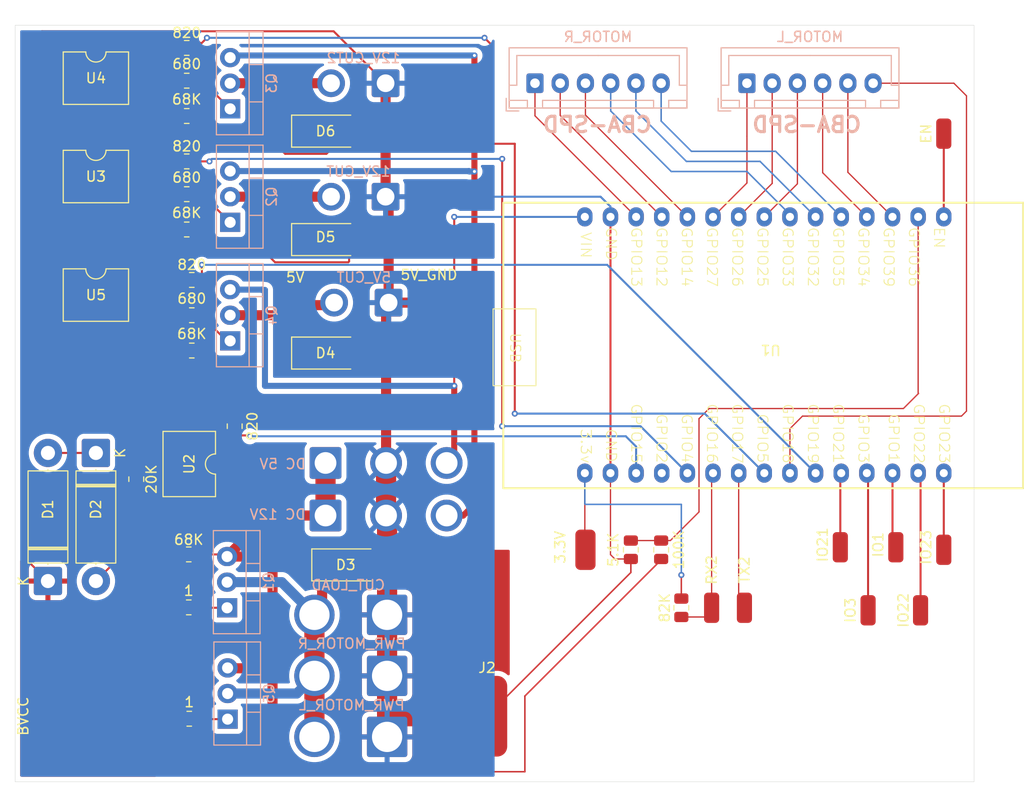
<source format=kicad_pcb>
(kicad_pcb (version 20241229) (generator "pcbnew") (generator_version "9.0")
  (layers (0 "F.Cu" signal) (2 "B.Cu" signal) (13 "F.Paste" user) (15 "B.Paste" user) (5 "F.SilkS" user "F.Silkscreen") (7 "B.SilkS" user "B.Silkscreen") (1 "F.Mask" user) (3 "B.Mask" user) (25 "Edge.Cuts" user))
  (net 0 "")
  (net 1 "GND")
  (net 2 "VCC")
  (net 3 "Net-(D1-A)")
  (net 4 "MF_GND")
  (net 5 "VCC_CUT")
  (net 6 "Net-(J9-Pin_1)")
  (net 7 "Net-(J16-Pin_1)")
  (net 8 "Net-(J17-Pin_1)")
  (net 9 "Net-(J18-Pin_1)")
  (net 10 "unconnected-(U1-GPIO2-Pad19)")
  (net 11 "Net-(J22-Pin_1)")
  (net 12 "Net-(J23-Pin_1)")
  (net 13 "Net-(D3-K)")
  (net 14 "+12V")
  (net 15 "+3.3V")
  (net 16 "Net-(D4-K)")
  (net 17 "Net-(D5-K)")
  (net 18 "Net-(Q2-G)")
  (net 19 "Net-(D6-K)")
  (net 20 "STOP_R")
  (net 21 "PWM_L")
  (net 22 "DIR_R")
  (net 23 "PWM_R")
  (net 24 "+5V")
  (net 25 "STOP_L")
  (net 26 "DIR_L")
  (net 27 "Net-(J14-Pin_1)")
  (net 28 "Net-(J15-Pin_1)")
  (net 29 "Net-(Q3-G)")
  (net 30 "Net-(Q1-G)")
  (net 31 "Net-(Q4-G)")
  (net 32 "Net-(Q5-G)")
  (net 33 "Net-(R10-Pad2)")
  (net 34 "Net-(R3-Pad1)")
  (net 35 "Net-(R4-Pad1)")
  (net 36 "Net-(R13-Pad2)")
  (net 37 "5V_CUT")
  (net 38 "12V_CUT")
  (net 39 "Net-(R6-Pad1)")
  (net 40 "Net-(R14-Pad2)")
  (net 41 "Net-(R8-Pad1)")
  (net 42 "12V_CUT2")
  (net 43 "VCC_ADC")
  (net 44 "HB_L")
  (net 45 "HC_L")
  (net 46 "HA_L")
  (net 47 "HC_R")
  (net 48 "HA_R")
  (net 49 "HB_R")
  (net 50 "Net-(R12-Pad2)")
  (footprint "Connector_Wire:SolderWirePad_1x01_SMD_2x4mm" (layer "F.Cu") (at 112.5 92)
    (property "Reference" "J3" (hide yes))
    (property "Value" "3.3V")
  )
  (footprint "Package_DIP:SMDIP-4_W9.53mm" (layer "F.Cu") (at 73.25 83.5 -90)
    (property "Reference" "U2")
    (property "Value" "EL817" (hide yes))
  )
  (footprint "Connector_Wire:SolderWirePad_1x01_SMD_1.5x3mm" (layer "F.Cu") (at 143.25 91.75)
    (property "Reference" "J16" (hide yes))
    (property "Value" "IO1")
  )
  (footprint "Diode_THT:D_5W_P12.70mm_Horizontal" (layer "F.Cu") (at 59.25 95.1 90)
    (property "Reference" "D1")
    (property "Value" "5.1" (hide yes))
  )
  (footprint "Connector_Wire:SolderWirePad_1x01_SMD_1.5x3mm" (layer "F.Cu") (at 148 92)
    (property "Reference" "J14" (hide yes))
    (property "Value" "IO23")
  )
  (footprint "Resistor_SMD:R_0805_2012Metric" (layer "F.Cu") (at 73.2 97.71 180)
    (property "Reference" "R10" (hide yes))
    (property "Value" "1")
  )
  (footprint "Resistor_SMD:R_0805_2012Metric" (layer "F.Cu") (at 73 42.25)
    (property "Reference" "R6" (hide yes))
    (property "Value" "820")
  )
  (footprint "Resistor_SMD:R_0805_2012Metric" (layer "F.Cu") (at 73 53.5)
    (property "Reference" "R4" (hide yes))
    (property "Value" "820")
  )
  (footprint "Resistor_SMD:R_0805_2012Metric" (layer "F.Cu") (at 73 45.5 180)
    (property "Reference" "R14" (hide yes))
    (property "Value" "680")
  )
  (footprint "Diode_SMD:D_2010_5025Metric_Pad1.52x2.65mm_HandSolder" (layer "F.Cu") (at 86.75 61.25)
    (property "Reference" "D5")
    (property "Value" "D")
  )
  (footprint "Resistor_SMD:R_0805_2012Metric" (layer "F.Cu") (at 73.5 72.25 180)
    (property "Reference" "R9" (hide yes))
    (property "Value" "68K")
  )
  (footprint "Connector_Wire:SolderWirePad_1x01_SMD_2x4mm" (layer "F.Cu") (at 97 67.75)
    (property "Reference" "J13" (hide yes))
    (property "Value" "5V_GND")
  )
  (footprint "Package_DIP:SMDIP-4_W9.53mm" (layer "F.Cu") (at 64 66.75)
    (property "Reference" "U5")
    (property "Value" "EL817")
  )
  (footprint "Connector_Wire:SolderWirePad_1x01_SMD_1.5x3mm" (layer "F.Cu") (at 145.7 98)
    (property "Reference" "J15" (hide yes))
    (property "Value" "IO22")
  )
  (footprint "Package_DIP:SMDIP-4_W9.53mm" (layer "F.Cu") (at 64 45.25)
    (property "Reference" "U4")
    (property "Value" "EL817")
  )
  (footprint "Package_DIP:SMDIP-4_W9.53mm" (layer "F.Cu") (at 64 55)
    (property "Reference" "U3")
    (property "Value" "EL817")
  )
  (footprint "Resistor_SMD:R_0805_2012Metric" (layer "F.Cu") (at 73.5 65.25)
    (property "Reference" "R8" (hide yes))
    (property "Value" "820")
  )
  (footprint "Diode_SMD:D_2010_5025Metric_Pad1.52x2.65mm_HandSolder" (layer "F.Cu") (at 86.75 72.5)
    (property "Reference" "D4")
    (property "Value" "D")
  )
  (footprint "Resistor_SMD:R_0805_2012Metric" (layer "F.Cu") (at 73 49 180)
    (property "Reference" "R7" (hide yes))
    (property "Value" "68K")
  )
  (footprint "Connector_Wire:SolderWirePad_1x01_SMD_4x8mm" (layer "F.Cu") (at 60.5 108.5)
    (property "Reference" "J1" (hide yes))
    (property "Value" "BVCC")
  )
  (footprint "Connector_Wire:SolderWirePad_1x01_SMD_1.5x3mm" (layer "F.Cu") (at 125 97.75)
    (property "Reference" "J23" (hide yes))
    (property "Value" "RX2")
  )
  (footprint "Resistor_SMD:R_0805_2012Metric" (layer "F.Cu") (at 77.75 79.75 -90)
    (property "Reference" "R3" (hide yes))
    (property "Value" "820")
  )
  (footprint "Connector_Wire:SolderWirePad_1x01_SMD_2x4mm" (layer "F.Cu") (at 83.75 67.75)
    (property "Reference" "J21" (hide yes))
    (property "Value" "5V")
  )
  (footprint "Resistor_SMD:R_0805_2012Metric" (layer "F.Cu") (at 73.5 68.75 180)
    (property "Reference" "R12" (hide yes))
    (property "Value" "680")
  )
  (footprint "Resistor_SMD:R_0805_2012Metric" (layer "F.Cu") (at 120 92 -90)
    (property "Reference" "R19" (hide yes))
    (property "Value" "100K")
  )
  (footprint "Diode_THT:D_5W_P12.70mm_Horizontal" (layer "F.Cu") (at 64 82.4 -90)
    (property "Reference" "D2")
    (property "Value" "5.1" (hide yes))
  )
  (footprint "Connector_Wire:SolderWirePad_1x01_SMD_1.5x3mm" (layer "F.Cu") (at 137.75 91.75)
    (property "Reference" "J18" (hide yes))
    (property "Value" "IO21")
  )
  (footprint "Connector_Wire:SolderWirePad_1x01_SMD_1.5x3mm" (layer "F.Cu") (at 128.25 97.75)
    (property "Reference" "J22" (hide yes))
    (property "Value" "TX2")
  )
  (footprint "Resistor_SMD:R_0805_2012Metric" (layer "F.Cu") (at 68 85 -90)
    (property "Reference" "R1" (hide yes))
    (property "Value" "20K")
  )
  (footprint "Connector_Wire:SolderWirePad_1x01_SMD_4x8mm" (layer "F.Cu") (at 102.75 108.5)
    (property "Reference" "J2")
    (property "Value" "BGND")
  )
  (footprint "Resistor_SMD:R_0805_2012Metric" (layer "F.Cu") (at 73.2 92.46)
    (property "Reference" "R2" (hide yes))
    (property "Value" "68K")
  )
  (footprint "Resistor_SMD:R_0805_2012Metric" (layer "F.Cu") (at 73.25 108.75 180)
    (property "Reference" "R11" (hide yes))
    (property "Value" "1")
  )
  (footprint "Resistor_SMD:R_0805_2012Metric" (layer "F.Cu") (at 122 97.75 -90)
    (property "Reference" "R22" (hide yes))
    (property "Value" "82K")
  )
  (footprint "Resistor_SMD:R_0805_2012Metric" (layer "F.Cu") (at 117 92 90)
    (property "Reference" "R20" (hide yes))
    (property "Value" "5.1K")
  )
  (footprint "ESP32_Footprints:ESP32_30pin" (layer "F.Cu") (at 129.459813 70.92754 -90)
    (property "Reference" "U1")
    (property "Value" "~")
  )
  (footprint "Diode_SMD:D_2010_5025Metric_Pad1.52x2.65mm_HandSolder" (layer "F.Cu") (at 88.75 93.5)
    (property "Reference" "D3")
    (property "Value" "D" (hide yes))
  )
  (footprint "Resistor_SMD:R_0805_2012Metric" (layer "F.Cu") (at 73 60.25 180)
    (property "Reference" "R5" (hide yes))
    (property "Value" "68K")
  )
  (footprint "Diode_SMD:D_2010_5025Metric_Pad1.52x2.65mm_HandSolder" (layer "F.Cu") (at 86.75 50.5)
    (property "Reference" "D6")
    (property "Value" "D")
  )
  (footprint "Resistor_SMD:R_0805_2012Metric" (layer "F.Cu") (at 73 56.75 180)
    (property "Reference" "R13" (hide yes))
    (property "Value" "680")
  )
  (footprint "Connector_Wire:SolderWirePad_1x01_SMD_1.5x3mm" (layer "F.Cu") (at 148 50.75)
    (property "Reference" "J9" (hide yes))
    (property "Value" "EN")
  )
  (footprint "Connector_Wire:SolderWirePad_1x01_SMD_1.5x3mm" (layer "F.Cu") (at 140.5 98)
    (property "Reference" "J17" (hide yes))
    (property "Value" "IO3")
  )
  (footprint "Connector_Wire:SolderWire-1.5sqmm_1x03_P6mm_D1.7mm_OD3mm" (layer "B.Cu") (at 86.75 83.395)
    (property "Reference" "J27" (hide yes))
    (property "Value" "DC 5V")
  )
  (footprint "Connector_Wire:SolderWire-1sqmm_1x02_P5.4mm_D1.4mm_OD2.7mm" (layer "B.Cu") (at 92.7 45.75 180)
    (property "Reference" "J24" (hide yes))
    (property "Value" "12V_CUT2")
  )
  (footprint "Connector_JST:JST_XH_B6B-XH-A_1x06_P2.50mm_Vertical" (layer "B.Cu") (at 128.5 45.75)
    (property "Reference" "J8" (hide yes))
    (property "Value" "MOTOR_L")
  )
  (footprint "Connector_Wire:SolderWire-2.5sqmm_1x02_P7.2mm_D2.4mm_OD3.6mm" (layer "B.Cu") (at 92.85 98.45 180)
    (property "Reference" "J6" (hide yes))
    (property "Value" "CUT_LOAD")
  )
  (footprint "Package_TO_SOT_THT:TO-220-3_Vertical" (layer "B.Cu") (at 77.3 59.54 90)
    (property "Reference" "Q2")
    (property "Value" "IRF4905" (hide yes))
  )
  (footprint "Package_TO_SOT_THT:TO-220-3_Vertical" (layer "B.Cu") (at 77.3 48.29 90)
    (property "Reference" "Q3")
    (property "Value" "IRF4905" (hide yes))
  )
  (footprint "Connector_Wire:SolderWire-2.5sqmm_1x02_P7.2mm_D2.4mm_OD3.6mm" (layer "B.Cu") (at 92.85 110.55 180)
    (property "Reference" "J4" (hide yes))
    (property "Value" "PWR_MOTOR_L")
  )
  (footprint "Package_TO_SOT_THT:TO-220-3_Vertical" (layer "B.Cu") (at 77.05 108.79 90)
    (property "Reference" "Q5")
    (property "Value" "IRF4905" (hide yes))
  )
  (footprint "Connector_Wire:SolderWire-2.5sqmm_1x02_P7.2mm_D2.4mm_OD3.6mm" (layer "B.Cu") (at 92.85 104.5 180)
    (property "Reference" "J5" (hide yes))
    (property "Value" "PWR_MOTOR_R")
  )
  (footprint "Package_TO_SOT_THT:TO-220-3_Vertical" (layer "B.Cu") (at 77 97.75 90)
    (property "Reference" "Q1")
    (property "Value" "IRF4905" (hide yes))
  )
  (footprint "Package_TO_SOT_THT:TO-220-3_Vertical" (layer "B.Cu") (at 77.3 71.29 90)
    (property "Reference" "Q4")
    (property "Value" "IRF4905" (hide yes))
  )
  (footprint "Connector_JST:JST_XH_B6B-XH-A_1x06_P2.50mm_Vertical" (layer "B.Cu") (at 107.5 45.75)
    (property "Reference" "J7" (hide yes))
    (property "Value" "MOTOR_R")
  )
  (footprint "Connector_Wire:SolderWire-1sqmm_1x02_P5.4mm_D1.4mm_OD2.7mm" (layer "B.Cu") (at 93 67.5 180)
    (property "Reference" "J30" (hide yes))
    (property "Value" "5V_CUT")
  )
  (footprint "Connector_Wire:SolderWire-1.5sqmm_1x03_P6mm_D1.7mm_OD3mm" (layer "B.Cu") (at 86.75 88.605)
    (property "Reference" "J26" (hide yes))
    (property "Value" "DC 12V")
  )
  (footprint "Connector_Wire:SolderWire-1sqmm_1x02_P5.4mm_D1.4mm_OD2.7mm" (layer "B.Cu") (at 92.7 57 180)
    (property "Reference" "J25" (hide yes))
    (property "Value" "12V_CUT")
  )
  (gr_rect (start 56 40) (end 151 115) (stroke (width 0.0381)) (fill no) (layer "Edge.Cuts"))
  (gr_text "CBA-SPD" (at 119.25 50.75 0) (layer "B.SilkS") (effects (font (size 1.524 1.524) (thickness 0.3048) (bold yes)) (justify left bottom mirror)))
  (gr_text "CBA-SPD" (at 140 50.75 0) (layer "B.SilkS") (effects (font (size 1.524 1.524) (thickness 0.3048) (bold yes)) (justify left bottom mirror)))
  (segment (start 59.235 46.52) (end 57.02 46.52) (width 0.2) (layer "F.Cu") (net 1))
  (segment (start 93 61) (end 93 57.3) (width 1) (layer "F.Cu") (net 1))
  (segment (start 58.25 62.5) (end 80.75 62.5) (width 0.2) (layer "F.Cu") (net 1))
  (segment (start 57.77 68.02) (end 57.5 67.75) (width 0.2) (layer "F.Cu") (net 1))
  (segment (start 92.85 110.55) (end 92.85 108) (width 2) (layer "F.Cu") (net 1))
  (segment (start 102.75 108.5) (end 93.35 108.5) (width 2) (layer "F.Cu") (net 1))
  (segment (start 57.5 55.75) (end 57.5 52.75) (width 0.2) (layer "F.Cu") (net 1))
  (segment (start 92.75 67.75) (end 93 67.5) (width 1) (layer "F.Cu") (net 1))
  (segment (start 92.75 83.395) (end 92.75 76.75) (width 1) (layer "F.Cu") (net 1))
  (segment (start 92.75 61.25) (end 93 61) (width 0.2) (layer "F.Cu") (net 1))
  (segment (start 92.85 104.5) (end 92.85 98.45) (width 2) (layer "F.Cu") (net 1))
  (segment (start 92.85 88.705) (end 92.75 88.605) (width 2) (layer "F.Cu") (net 1))
  (segment (start 92.75 72.5) (end 92.75 67.75) (width 1) (layer "F.Cu") (net 1))
  (segment (start 58.02 56.27) (end 57.5 55.75) (width 0.2) (layer "F.Cu") (net 1))
  (segment (start 68.765 56.27) (end 59.235 56.27) (width 0.2) (layer "F.Cu") (net 1))
  (segment (start 89.0875 50.5) (end 92.7 50.5) (width 0.2) (layer "F.Cu") (net 1))
  (segment (start 117 92.9125) (end 117 94.25) (width 0.15) (layer "F.Cu") (net 1))
  (segment (start 92.75 76.75) (end 92.75 72.5) (width 1) (layer "F.Cu") (net 1))
  (segment (start 57.5 63.25) (end 58.25 62.5) (width 0.2) (layer "F.Cu") (net 1))
  (segment (start 93 57.3) (end 92.7 57) (width 1) (layer "F.Cu") (net 1))
  (segment (start 92.7 46.8875) (end 92.7 45.75) (width 0.2) (layer "F.Cu") (net 1))
  (segment (start 57.5 52.75) (end 59 51.25) (width 0.2) (layer "F.Cu") (net 1))
  (segment (start 89 63.5) (end 89.0875 63.4125) (width 0.2) (layer "F.Cu") (net 1))
  (segment (start 59 51.25) (end 81.25 51.25) (width 0.2) (layer "F.Cu") (net 1))
  (segment (start 92.85 93.5) (end 91.0875 93.5) (width 2) (layer "F.Cu") (net 1))
  (segment (start 114.98 92.48) (end 114.98 84.4) (width 0.127) (layer "F.Cu") (net 1))
  (segment (start 81.25 51.25) (end 82.75 52.75) (width 0.2) (layer "F.Cu") (net 1))
  (segment (start 117 92.9125) (end 115.5875 92.9125) (width 0.127) (layer "F.Cu") (net 1))
  (segment (start 58.649 40.601) (end 87.551 40.601) (width 0.2) (layer "F.Cu") (net 1))
  (segment (start 82.75 52.75) (end 86.8375 52.75) (width 0.2) (layer "F.Cu") (net 1))
  (segment (start 92.85 108) (end 92.85 104.5) (width 2) (layer "F.Cu") (net 1))
  (segment (start 80.75 62.5) (end 81.75 63.5) (width 0.2) (layer "F.Cu") (net 1))
  (segment (start 89.0875 63.4125) (end 89.0875 61.25) (width 0.2) (layer "F.Cu") (net 1))
  (segment (start 96.75 67.5) (end 97 67.75) (width 1) (layer "F.Cu") (net 1))
  (segment (start 117 94.25) (end 102.75 108.5) (width 0.15) (layer "F.Cu") (net 1))
  (segment (start 71.98 78.735) (end 71.98 77.27) (width 0.2) (layer "F.Cu") (net 1))
  (segment (start 57 46.5) (end 57 42.25) (width 0.2) (layer "F.Cu") (net 1))
  (segment (start 92.7 50.5) (end 92.7 45.75) (width 1) (layer "F.Cu") (net 1))
  (segment (start 89.0875 72.5) (end 92.75 72.5) (width 0.2) (layer "F.Cu") (net 1))
  (segment (start 114.98 84.4) (end 114.98 59) (width 0.2) (layer "F.Cu") (net 1))
  (segment (start 59.235 56.27) (end 58.02 56.27) (width 0.2) (layer "F.Cu") (net 1))
  (segment (start 57.02 46.52) (end 57 46.5) (width 0.2) (layer "F.Cu") (net 1))
  (segment (start 68.765 68.02) (end 59.235 68.02) (width 0.2) (layer "F.Cu") (net 1))
  (segment (start 57.5 67.75) (end 57.5 63.25) (width 0.2) (layer "F.Cu") (net 1))
  (segment (start 92.6 88.755) (end 92.75 88.605) (width 2) (layer "F.Cu") (net 1))
  (segment (start 86.8375 52.75) (end 89.0875 50.5) (width 0.2) (layer "F.Cu") (net 1))
  (segment (start 92.75 88.605) (end 92.75 83.395) (width 2) (layer "F.Cu") (net 1))
  (segment (start 92.7 57.6375) (end 92.7 57) (width 0.2) (layer "F.Cu") (net 1))
  (segment (start 93.35 108.5) (end 92.85 108) (width 2) (layer "F.Cu") (net 1))
  (segment (start 68 82.715) (end 71.98 78.735) (width 0.2) (layer "F.Cu") (net 1))
  (segment (start 93 67.5) (end 96.75 67.5) (width 1) (layer "F.Cu") (net 1))
  (segment (start 92.85 98.45) (end 92.85 93.5) (width 2) (layer "F.Cu") (net 1))
  (segment (start 92.7 57) (end 92.7 50.5) (width 1) (layer "F.Cu") (net 1))
  (segment (start 81.75 63.5) (end 89 63.5) (width 0.2) (layer "F.Cu") (net 1))
  (segment (start 115.5875 92.9125) (end 115.5 93) (width 0.127) (layer "F.Cu") (net 1))
  (segment (start 71.98 77.27) (end 72.5 76.75) (width 0.2) (layer "F.Cu") (net 1))
  (segment (start 57 42.25) (end 58.649 40.601) (width 0.2) (layer "F.Cu") (net 1))
  (segment (start 89.0875 61.25) (end 92.75 61.25) (width 0.2) (layer "F.Cu") (net 1))
  (segment (start 115.5 93) (end 114.98 92.48) (width 0.127) (layer "F.Cu") (net 1))
  (segment (start 92.85 93.5) (end 92.85 88.705) (width 2) (layer "F.Cu") (net 1))
  (segment (start 72.5 76.75) (end 92.75 76.75) (width 0.2) (layer "F.Cu") (net 1))
  (segment (start 68.765 46.52) (end 59.235 46.52) (width 0.2) (layer "F.Cu") (net 1))
  (segment (start 93 68.5875) (end 93 67.5) (width 0.2) (layer "F.Cu") (net 1))
  (segment (start 59.235 68.02) (end 57.77 68.02) (width 0.2) (layer "F.Cu") (net 1))
  (segment (start 68 84.0875) (end 68 82.715) (width 0.2) (layer "F.Cu") (net 1))
  (segment (start 87.551 40.601) (end 92.7 45.75) (width 0.2) (layer "F.Cu") (net 1))
  (segment (start 93 67.5) (end 93 61) (width 1) (layer "F.Cu") (net 1))
  (segment (start 114 57) (end 114.98 57.98) (width 0.2) (layer "B.Cu") (net 1))
  (segment (start 92.7 57) (end 114 57) (width 0.2) (layer "B.Cu") (net 1))
  (segment (start 114.98 57.98) (end 114.98 59) (width 0.2) (layer "B.Cu") (net 1))
  (segment (start 72.0875 60.25) (end 57 60.25) (width 0.2) (layer "F.Cu") (net 2))
  (segment (start 81.065 88.605) (end 86.75 88.605) (width 1) (layer "F.Cu") (net 2))
  (segment (start 77 92.67) (end 76.67 92.67) (width 0.2) (layer "F.Cu") (net 2))
  (segment (start 81.5 112.75) (end 60.5 112.75) (width 1) (layer "F.Cu") (net 2))
  (segment (start 81.5 92.67) (end 81.5 103.75) (width 1) (layer "F.Cu") (net 2))
  (segment (start 82.75 114) (end 106.5 114) (width 0.15) (layer "F.Cu") (net 2))
  (segment (start 57 49) (end 57 60.25) (width 0.2) (layer "F.Cu") (net 2))
  (segment (start 72.0875 49) (end 57 49) (width 0.2) (layer "F.Cu") (net 2))
  (segment (start 57 92.85) (end 59.25 95.1) (width 0.2) (layer "F.Cu") (net 2))
  (segment (start 60.5 112.75) (end 60.5 108.5) (width 1) (layer "F.Cu") (net 2))
  (segment (start 81.5 112.75) (end 82.75 114) (width 0.15) (layer "F.Cu") (net 2))
  (segment (start 81.5 103.75) (end 81.5 112.75) (width 1) (layer "F.Cu") (net 2))
  (segment (start 60.5 108.5) (end 59.25 107.25) (width 0.2) (layer "F.Cu") (net 2))
  (segment (start 57 72.25) (end 57 92.85) (width 0.2) (layer "F.Cu") (net 2))
  (segment (start 76.67 92.67) (end 76.46 92.46) (width 0.2) (layer "F.Cu") (net 2))
  (segment (start 77 92.67) (end 81.065 88.605) (width 1) (layer "F.Cu") (net 2))
  (segment (start 77 92.67) (end 81.5 92.67) (width 1) (layer "F.Cu") (net 2))
  (segment (start 77.05 103.75) (end 77.05 103.71) (width 1) (layer "F.Cu") (net 2))
  (segment (start 76.46 92.46) (end 74.1125 92.46) (width 0.2) (layer "F.Cu") (net 2))
  (segment (start 106.5 106.5) (end 120 93) (width 0.15) (layer "F.Cu") (net 2))
  (segment (start 81.5 103.75) (end 77.05 103.75) (width 1) (layer "F.Cu") (net 2))
  (segment (start 72.5875 72.25) (end 57 72.25) (width 0.2) (layer "F.Cu") (net 2))
  (segment (start 106.5 114) (end 106.5 106.5) (width 0.15) (layer "F.Cu") (net 2))
  (segment (start 86.75 88.605) (end 86.75 83.395) (width 2) (layer "F.Cu") (net 2))
  (segment (start 120 93) (end 120 92.9125) (width 0.15) (layer "F.Cu") (net 2))
  (segment (start 59.25 107.25) (end 59.25 95.1) (width 0.2) (layer "F.Cu") (net 2))
  (segment (start 57 60.25) (end 57 72.25) (width 0.2) (layer "F.Cu") (net 2))
  (segment (start 64 82.4) (end 59.25 82.4) (width 0.2) (layer "F.Cu") (net 3))
  (segment (start 68 88.75) (end 68 91.1) (width 0.2) (layer "F.Cu") (net 4))
  (segment (start 71.98 88.265) (end 68.015 88.265) (width 0.2) (layer "F.Cu") (net 4))
  (segment (start 68 85.9125) (end 68 88.25) (width 0.2) (layer "F.Cu") (net 4))
  (segment (start 68 88.25) (end 68 88.75) (width 0.2) (layer "F.Cu") (net 4))
  (segment (start 68.015 88.265) (end 68 88.25) (width 0.2) (layer "F.Cu") (net 4))
  (segment (start 68 91.1) (end 64 95.1) (width 0.2) (layer "F.Cu") (net 4))
  (segment (start 77.75 80.6625) (end 79.1625 80.6625) (width 0.2) (layer "F.Cu") (net 5))
  (segment (start 79.1625 80.6625) (end 79.25 80.75) (width 0.2) (layer "F.Cu") (net 5))
  (segment (start 117.5 84.42) (end 117.52 84.4) (width 0.2) (layer "F.Cu") (net 5))
  (via (at 79.25 80.75) (size 0.6) (drill 0.3) (layers "F.Cu" "B.Cu") (net 5))
  (segment (start 116.5 80.75) (end 117.52 81.77) (width 0.2) (layer "B.Cu") (net 5))
  (segment (start 117.52 81.77) (end 117.52 84.4) (width 0.2) (layer "B.Cu") (net 5))
  (segment (start 79.25 80.75) (end 116.5 80.75) (width 0.2) (layer "B.Cu") (net 5))
  (segment (start 148 59) (end 148 50.75) (width 0.2) (layer "F.Cu") (net 6))
  (segment (start 142.92 91.42) (end 142.92 84.4) (width 0.2) (layer "F.Cu") (net 7))
  (segment (start 143.25 91.75) (end 142.92 91.42) (width 0.2) (layer "F.Cu") (net 7))
  (segment (start 140.5 98) (end 140.5 84.52) (width 0.2) (layer "F.Cu") (net 8))
  (segment (start 140.5 84.52) (end 140.38 84.4) (width 0.2) (layer "F.Cu") (net 8))
  (segment (start 137.75 91.75) (end 137.75 84.49) (width 0.2) (layer "F.Cu") (net 9))
  (segment (start 137.75 84.49) (end 137.84 84.4) (width 0.2) (layer "F.Cu") (net 9))
  (segment (start 120 84.46) (end 120.06 84.4) (width 0.2) (layer "F.Cu") (net 10))
  (segment (start 127.68 97.18) (end 127.68 84.4) (width 0.127) (layer "F.Cu") (net 11))
  (segment (start 128.25 97.75) (end 127.68 97.18) (width 0.127) (layer "F.Cu") (net 11))
  (segment (start 122 98.6625) (end 125 98.6625) (width 0.127) (layer "F.Cu") (net 12))
  (segment (start 125 84.54) (end 125.14 84.4) (width 0.127) (layer "F.Cu") (net 12))
  (segment (start 125 98.6625) (end 125 97.75) (width 0.127) (layer "F.Cu") (net 12))
  (segment (start 125 97.75) (end 125 84.54) (width 0.127) (layer "F.Cu") (net 12))
  (segment (start 86.4125 93.5) (end 86.4125 97.6875) (width 1) (layer "F.Cu") (net 13))
  (segment (start 85.65 110.55) (end 85.65 104.5) (width 2) (layer "F.Cu") (net 13))
  (segment (start 86.4125 97.6875) (end 85.65 98.45) (width 1) (layer "F.Cu") (net 13))
  (segment (start 85.65 104.5) (end 85.65 98.45) (width 2) (layer "F.Cu") (net 13))
  (segment (start 85.65 104.5) (end 83.9 106.25) (width 1) (layer "B.Cu") (net 13))
  (segment (start 82.41 95.21) (end 77 95.21) (width 1) (layer "B.Cu") (net 13))
  (segment (start 83.9 106.25) (end 77.05 106.25) (width 1) (layer "B.Cu") (net 13))
  (segment (start 85.65 98.45) (end 82.41 95.21) (width 1) (layer "B.Cu") (net 13))
  (segment (start 98.75 88.605) (end 98.46 88.605) (width 0.2) (layer "F.Cu") (net 14))
  (segment (start 101.5 54.5) (end 101.5 43) (width 0.6) (layer "F.Cu") (net 14))
  (segment (start 100.395 88.605) (end 101.5 87.5) (width 0.6) (layer "F.Cu") (net 14))
  (segment (start 98.75 88.605) (end 100.395 88.605) (width 0.6) (layer "F.Cu") (net 14))
  (segment (start 101.5 87.5) (end 101.5 54.5) (width 0.6) (layer "F.Cu") (net 14))
  (via (at 101.5 43) (size 0.6) (drill 0.3) (layers "F.Cu" "B.Cu") (net 14))
  (via (at 101.5 54.5) (size 0.6) (drill 0.3) (layers "F.Cu" "B.Cu") (net 14))
  (segment (start 77.51 43) (end 77.3 43.21) (width 0.6) (layer "B.Cu") (net 14))
  (segment (start 101 54.5) (end 100.96 54.46) (width 0.6) (layer "B.Cu") (net 14))
  (segment (start 100.96 54.46) (end 77.3 54.46) (width 0.6) (layer "B.Cu") (net 14))
  (segment (start 101.5 43) (end 77.51 43) (width 0.6) (layer "B.Cu") (net 14))
  (segment (start 101.5 54.5) (end 101 54.5) (width 0.6) (layer "B.Cu") (net 14))
  (segment (start 122 94.5) (end 122 96.8375) (width 0.15) (layer "F.Cu") (net 15))
  (segment (start 112.44 91.44) (end 112.44 84.4) (width 0.127) (layer "F.Cu") (net 15))
  (segment (start 112.5 92) (end 112.5 91.5) (width 0.127) (layer "F.Cu") (net 15))
  (segment (start 112.5 91.5) (end 112.44 91.44) (width 0.127) (layer "F.Cu") (net 15))
  (via (at 122 94.5) (size 0.6) (drill 0.3) (layers "F.Cu" "B.Cu") (net 15))
  (segment (start 112.44 87.44) (end 112.5 87.5) (width 0.15) (layer "B.Cu") (net 15))
  (segment (start 112.44 84.4) (end 112.44 87.44) (width 0.15) (layer "B.Cu") (net 15))
  (segment (start 122 87.5) (end 122 94.5) (width 0.15) (layer "B.Cu") (net 15))
  (segment (start 112.5 87.5) (end 122 87.5) (width 0.15) (layer "B.Cu") (net 15))
  (segment (start 84.4125 72.5) (end 84.4125 68.4125) (width 0.2) (layer "F.Cu") (net 16))
  (segment (start 83.75 67.75) (end 87.35 67.75) (width 1) (layer "F.Cu") (net 16))
  (segment (start 82.75 68.75) (end 83.75 67.75) (width 1) (layer "F.Cu") (net 16))
  (segment (start 84.4125 68.4125) (end 83.75 67.75) (width 0.2) (layer "F.Cu") (net 16))
  (segment (start 87.35 67.75) (end 87.6 67.5) (width 1) (layer "F.Cu") (net 16))
  (segment (start 77.3 68.75) (end 82.75 68.75) (width 1) (layer "F.Cu") (net 16))
  (segment (start 84.4125 61.25) (end 84.4125 57.3375) (width 0.2) (layer "F.Cu") (net 17))
  (segment (start 84.75 57) (end 87.3 57) (width 1) (layer "F.Cu") (net 17))
  (segment (start 77.3 57) (end 84.75 57) (width 1) (layer "F.Cu") (net 17))
  (segment (start 84.4125 57.3375) (end 84.75 57) (width 0.2) (layer "F.Cu") (net 17))
  (segment (start 74.51 56.75) (end 77.3 59.54) (width 0.2) (layer "F.Cu") (net 18))
  (segment (start 73.9125 56.75) (end 74.51 56.75) (width 0.2) (layer "F.Cu") (net 18))
  (segment (start 84.4125 45.9125) (end 84.25 45.75) (width 0.2) (layer "F.Cu") (net 19))
  (segment (start 77.3 45.75) (end 84.25 45.75) (width 1) (layer "F.Cu") (net 19))
  (segment (start 84.4125 50.5) (end 84.4125 45.9125) (width 0.2) (layer "F.Cu") (net 19))
  (segment (start 84.25 45.75) (end 87.3 45.75) (width 1) (layer "F.Cu") (net 19))
  (segment (start 112.5 48.9) (end 112.5 45.75) (width 0.127) (layer "F.Cu") (net 20))
  (segment (start 122.6 59) (end 122.6 58.33) (width 0.127) (layer "F.Cu") (net 20))
  (segment (start 122.6 59) (end 112.5 48.9) (width 0.127) (layer "F.Cu") (net 20))
  (segment (start 131 55.68) (end 131 45.75) (width 0.127) (layer "F.Cu") (net 21))
  (segment (start 127.68 59) (end 131 55.68) (width 0.127) (layer "F.Cu") (net 21))
  (segment (start 117.52 59) (end 107.5 48.98) (width 0.127) (layer "F.Cu") (net 22))
  (segment (start 117.52 59) (end 117.52 58.33) (width 0.127) (layer "F.Cu") (net 22))
  (segment (start 107.5 48.98) (end 107.5 45.75) (width 0.127) (layer "F.Cu") (net 22))
  (segment (start 110 48.94) (end 110 45.75) (width 0.127) (layer "F.Cu") (net 23))
  (segment (start 120.06 59) (end 120.06 58.33) (width 0.127) (layer "F.Cu") (net 23))
  (segment (start 120.06 59) (end 110 48.94) (width 0.127) (layer "F.Cu") (net 23))
  (segment (start 99.5 75.75) (end 99.5 82.645) (width 0.6) (layer "F.Cu") (net 24))
  (segment (start 99.5 75.75) (end 99.5 59) (width 0.2) (layer "F.Cu") (net 24))
  (segment (start 99.5 82.645) (end 98.75 83.395) (width 0.6) (layer "F.Cu") (net 24))
  (via (at 99.5 59) (size 0.6) (drill 0.3) (layers "F.Cu" "B.Cu") (net 24))
  (via (at 99.5 75.75) (size 0.6) (drill 0.3) (layers "F.Cu" "B.Cu") (net 24))
  (segment (start 80.75 66.25) (end 80.5 66.25) (width 0.6) (layer "B.Cu") (net 24))
  (segment (start 80.75 75.75) (end 80.75 66.25) (width 0.6) (layer "B.Cu") (net 24))
  (segment (start 99.5 75.75) (end 80.75 75.75) (width 0.6) (layer "B.Cu") (net 24))
  (segment (start 99.5 59) (end 112.44 59) (width 0.2) (layer "B.Cu") (net 24))
  (segment (start 80.5 66.25) (end 80.46 66.21) (width 0.6) (layer "B.Cu") (net 24))
  (segment (start 80.46 66.21) (end 77.3 66.21) (width 0.6) (layer "B.Cu") (net 24))
  (segment (start 130 59) (end 130.22 59) (width 0.2) (layer "F.Cu") (net 25))
  (segment (start 130.22 59) (end 133.5 55.72) (width 0.127) (layer "F.Cu") (net 25))
  (segment (start 133.5 55.72) (end 133.5 45.75) (width 0.127) (layer "F.Cu") (net 25))
  (segment (start 125.14 59) (end 128.5 55.64) (width 0.127) (layer "F.Cu") (net 26))
  (segment (start 128.5 51) (end 128.5 45.75) (width 0.127) (layer "F.Cu") (net 26))
  (segment (start 125.14 59) (end 125.14 58.33) (width 0.127) (layer "F.Cu") (net 26))
  (segment (start 128.5 55.64) (end 128.5 51) (width 0.127) (layer "F.Cu") (net 26))
  (segment (start 148 92) (end 148 84.4) (width 0.2) (layer "F.Cu") (net 27))
  (segment (start 145.7 98) (end 145.7 84.64) (width 0.2) (layer "F.Cu") (net 28))
  (segment (start 145.7 84.64) (end 145.46 84.4) (width 0.2) (layer "F.Cu") (net 28))
  (segment (start 74.51 45.5) (end 77.3 48.29) (width 0.2) (layer "F.Cu") (net 29))
  (segment (start 73.9125 45.5) (end 74.51 45.5) (width 0.2) (layer "F.Cu") (net 29))
  (segment (start 77 97.75) (end 74.1525 97.75) (width 0.2) (layer "F.Cu") (net 30))
  (segment (start 74.1525 97.75) (end 74.1125 97.71) (width 0.2) (layer "F.Cu") (net 30))
  (segment (start 76.9525 71.29) (end 77.3 71.29) (width 0.2) (layer "F.Cu") (net 31))
  (segment (start 74.4125 68.75) (end 76.9525 71.29) (width 0.2) (layer "F.Cu") (net 31))
  (segment (start 74.2025 108.79) (end 74.1625 108.75) (width 0.2) (layer "F.Cu") (net 32))
  (segment (start 77.05 108.79) (end 74.2025 108.79) (width 0.2) (layer "F.Cu") (net 32))
  (segment (start 74.52 88.98) (end 74.52 88.265) (width 0.15) (layer "F.Cu") (net 33))
  (segment (start 72.2875 97.71) (end 72.2875 98.2125) (width 0.2) (layer "F.Cu") (net 33))
  (segment (start 72.5 91) (end 74.52 88.98) (width 0.15) (layer "F.Cu") (net 33))
  (segment (start 72.5 92.2475) (end 72.5 91) (width 0.15) (layer "F.Cu") (net 33))
  (segment (start 72.2875 92.46) (end 72.5 92.2475) (width 0.15) (layer "F.Cu") (net 33))
  (segment (start 72.2875 92.46) (end 72.2875 97.71) (width 0.2) (layer "F.Cu") (net 33))
  (segment (start 72.2875 98.2125) (end 72.3375 98.2625) (width 0.2) (layer "F.Cu") (net 33))
  (segment (start 72.3375 98.2625) (end 72.3375 108.75) (width 0.2) (layer "F.Cu") (net 33))
  (segment (start 74.52 78.735) (end 77.6475 78.735) (width 0.2) (layer "F.Cu") (net 34))
  (segment (start 77.6475 78.735) (end 77.75 78.8375) (width 0.2) (layer "F.Cu") (net 34))
  (segment (start 72.0875 53.3375) (end 70.5 51.75) (width 0.2) (layer "F.Cu") (net 35))
  (segment (start 61.25 51.75) (end 59.27 53.73) (width 0.2) (layer "F.Cu") (net 35))
  (segment (start 72.0875 53.5) (end 72.0875 53.3375) (width 0.2) (layer "F.Cu") (net 35))
  (segment (start 70.5 51.75) (end 61.25 51.75) (width 0.2) (layer "F.Cu") (net 35))
  (segment (start 59.27 53.73) (end 59.235 53.73) (width 0.2) (layer "F.Cu") (net 35))
  (segment (start 68.765 53.73) (end 69.0675 53.73) (width 0.2) (layer "F.Cu") (net 36))
  (segment (start 72.0875 56.75) (end 72.0875 57.1625) (width 0.2) (layer "F.Cu") (net 36))
  (segment (start 69.0675 53.73) (end 72.0875 56.75) (width 0.2) (layer "F.Cu") (net 36))
  (segment (start 72.0875 57.1625) (end 73.9125 58.9875) (width 0.2) (layer "F.Cu") (net 36))
  (segment (start 73.9125 58.9875) (end 73.9125 60.25) (width 0.2) (layer "F.Cu") (net 36))
  (segment (start 74.5 65.1625) (end 74.5 63.75) (width 0.2) (layer "F.Cu") (net 37))
  (segment (start 74.4125 65.25) (end 74.5 65.1625) (width 0.2) (layer "F.Cu") (net 37))
  (via (at 74.5 63.75) (size 0.6) (drill 0.3) (layers "F.Cu" "B.Cu") (net 37))
  (segment (start 114.65 63.75) (end 135.3 84.4) (width 0.2) (layer "B.Cu") (net 37))
  (segment (start 74.5 63.75) (end 114.65 63.75) (width 0.2) (layer "B.Cu") (net 37))
  (segment (start 73.9125 53.5) (end 75.25 53.5) (width 0.2) (layer "F.Cu") (net 38))
  (segment (start 122.75 84.55) (end 122.6 84.4) (width 0.2) (layer "F.Cu") (net 38))
  (segment (start 104.25 53.25) (end 104.25 79.75) (width 0.2) (layer "F.Cu") (net 38))
  (via (at 104.25 79.75) (size 0.6) (drill 0.3) (layers "F.Cu" "B.Cu") (net 38))
  (via (at 104.25 53.25) (size 0.6) (drill 0.3) (layers "F.Cu" "B.Cu") (net 38))
  (via (at 75.25 53.5) (size 0.6) (drill 0.3) (layers "F.Cu" "B.Cu") (net 38))
  (segment (start 104.25 79.75) (end 117.95 79.75) (width 0.2) (layer "B.Cu") (net 38))
  (segment (start 117.95 79.75) (end 122.6 84.4) (width 0.2) (layer "B.Cu") (net 38))
  (segment (start 75.5 53.25) (end 104.25 53.25) (width 0.2) (layer "B.Cu") (net 38))
  (segment (start 75.25 53.5) (end 75.5 53.25) (width 0.2) (layer "B.Cu") (net 38))
  (segment (start 60.965 42.25) (end 59.235 43.98) (width 0.2) (layer "F.Cu") (net 39))
  (segment (start 72.0875 42.25) (end 60.965 42.25) (width 0.2) (layer "F.Cu") (net 39))
  (segment (start 70.5675 43.98) (end 72.0875 45.5) (width 0.2) (layer "F.Cu") (net 40))
  (segment (start 72.0875 46.8375) (end 72.5 47.25) (width 0.2) (layer "F.Cu") (net 40))
  (segment (start 72.0875 45.5) (end 72.0875 46.8375) (width 0.2) (layer "F.Cu") (net 40))
  (segment (start 73.9125 47.4125) (end 73.9125 49) (width 0.2) (layer "F.Cu") (net 40))
  (segment (start 73.75 47.25) (end 73.9125 47.4125) (width 0.2) (layer "F.Cu") (net 40))
  (segment (start 72.5 47.25) (end 73.75 47.25) (width 0.2) (layer "F.Cu") (net 40))
  (segment (start 68.765 43.98) (end 70.5675 43.98) (width 0.2) (layer "F.Cu") (net 40))
  (segment (start 72.5875 65.25) (end 70.8375 63.5) (width 0.2) (layer "F.Cu") (net 41))
  (segment (start 70.8375 63.5) (end 61.215 63.5) (width 0.2) (layer "F.Cu") (net 41))
  (segment (start 61.215 63.5) (end 59.235 65.48) (width 0.2) (layer "F.Cu") (net 41))
  (segment (start 105.5 51.75) (end 105.5 78.5) (width 0.2) (layer "F.Cu") (net 42))
  (segment (start 73.9125 42.25) (end 74 42.25) (width 0.2) (layer "F.Cu") (net 42))
  (segment (start 74 42.25) (end 75 41.25) (width 0.2) (layer "F.Cu") (net 42))
  (segment (start 103.25 51.75) (end 105.5 51.75) (width 0.2) (layer "F.Cu") (net 42))
  (segment (start 103.25 42) (end 103.25 51.75) (width 0.2) (layer "F.Cu") (net 42))
  (segment (start 102.5 41.25) (end 103.25 42) (width 0.2) (layer "F.Cu") (net 42))
  (via (at 102.5 41.25) (size 0.6) (drill 0.3) (layers "F.Cu" "B.Cu") (net 42))
  (via (at 75 41.25) (size 0.6) (drill 0.3) (layers "F.Cu" "B.Cu") (net 42))
  (via (at 105.5 78.5) (size 0.6) (drill 0.3) (layers "F.Cu" "B.Cu") (net 42))
  (segment (start 124.32 78.5) (end 130.22 84.4) (width 0.2) (layer "B.Cu") (net 42))
  (segment (start 75 41.25) (end 102.5 41.25) (width 0.2) (layer "B.Cu") (net 42))
  (segment (start 105.5 78.5) (end 124.32 78.5) (width 0.2) (layer "B.Cu") (net 42))
  (segment (start 123.75 88.25) (end 123.75 79) (width 0.127) (layer "F.Cu") (net 43))
  (segment (start 123.75 79) (end 124.75 78) (width 0.127) (layer "F.Cu") (net 43))
  (segment (start 124.75 78) (end 144 78) (width 0.127) (layer "F.Cu") (net 43))
  (segment (start 120.9125 91.0875) (end 123.75 88.25) (width 0.127) (layer "F.Cu") (net 43))
  (segment (start 144 78) (end 145.5 76.5) (width 0.127) (layer "F.Cu") (net 43))
  (segment (start 145.46 76.46) (end 145.46 59) (width 0.127) (layer "F.Cu") (net 43))
  (segment (start 120 91.0875) (end 120.9125 91.0875) (width 0.127) (layer "F.Cu") (net 43))
  (segment (start 145.5 76.5) (end 145.46 76.46) (width 0.127) (layer "F.Cu") (net 43))
  (segment (start 117 91.0875) (end 120 91.0875) (width 0.127) (layer "F.Cu") (net 43))
  (segment (start 138.5 54.58) (end 138.5 45.75) (width 0.127) (layer "F.Cu") (net 44))
  (segment (start 142.92 59) (end 138.5 54.58) (width 0.127) (layer "F.Cu") (net 44))
  (segment (start 149 45.75) (end 141 45.75) (width 0.127) (layer "F.Cu") (net 45))
  (segment (start 150.25 78.25) (end 150.25 47) (width 0.127) (layer "F.Cu") (net 45))
  (segment (start 149.75 78.75) (end 150.25 78.25) (width 0.127) (layer "F.Cu") (net 45))
  (segment (start 150.25 47) (end 149 45.75) (width 0.127) (layer "F.Cu") (net 45))
  (segment (start 134 78.75) (end 149.75 78.75) (width 0.127) (layer "F.Cu") (net 45))
  (segment (start 132.76 84.4) (end 132.76 79.99) (width 0.127) (layer "F.Cu") (net 45))
  (segment (start 132.76 79.99) (end 134 78.75) (width 0.127) (layer "F.Cu") (net 45))
  (segment (start 136 54.62) (end 136 45.75) (width 0.127) (layer "F.Cu") (net 46))
  (segment (start 140.38 59) (end 136 54.62) (width 0.127) (layer "F.Cu") (net 46))
  (segment (start 120 49.5) (end 123 52.5) (width 0.15) (layer "B.Cu") (net 47))
  (segment (start 120 45.75) (end 120 49.5) (width 0.15) (layer "B.Cu") (net 47))
  (segment (start 123 52.5) (end 131.34 52.5) (width 0.15) (layer "B.Cu") (net 47))
  (segment (start 131.34 52.5) (end 137.84 59) (width 0.15) (layer "B.Cu") (net 47))
  (segment (start 115 45.75) (end 115 48.5) (width 0.15) (layer "B.Cu") (net 48))
  (segment (start 121 54.5) (end 128.5 54.5) (width 0.15) (layer "B.Cu") (net 48))
  (segment (start 132.76 58.76) (end 132.76 59) (width 0.15) (layer "B.Cu") (net 48))
  (segment (start 115 48.5) (end 121 54.5) (width 0.15) (layer "B.Cu") (net 48))
  (segment (start 128.5 54.5) (end 132.76 58.76) (width 0.15) (layer "B.Cu") (net 48))
  (segment (start 135.3 58.3) (end 135.3 59) (width 0.2) (layer "F.Cu") (net 49))
  (segment (start 122.5 53.5) (end 117.5 48.5) (width 0.15) (layer "B.Cu") (net 49))
  (segment (start 135.3 59) (end 129.8 53.5) (width 0.15) (layer "B.Cu") (net 49))
  (segment (start 129.8 53.5) (end 122.5 53.5) (width 0.15) (layer "B.Cu") (net 49))
  (segment (start 117.5 48.5) (end 117.5 45.75) (width 0.15) (layer "B.Cu") (net 49))
  (segment (start 69.3175 65.48) (end 72.5875 68.75) (width 0.2) (layer "F.Cu") (net 50))
  (segment (start 74.4125 71.6625) (end 74.4125 72.25) (width 0.2) (layer "F.Cu") (net 50))
  (segment (start 68.765 65.48) (end 69.3175 65.48) (width 0.2) (layer "F.Cu") (net 50))
  (segment (start 72.5875 68.75) (end 72.5875 69.8375) (width 0.2) (layer "F.Cu") (net 50))
  (segment (start 72.5875 69.8375) (end 74.4125 71.6625) (width 0.2) (layer "F.Cu") (net 50))
  (zone (net 1) (net_name "GND") (layer "F.Cu") (priority 2) (connect_pads (clearance 0.5)) (min_thickness 0.25) (fill yes (thermal_gap 0.5) (thermal_bridge_width 0.5))
    (polygon (pts (xy 105 92) (xy 90 92) (xy 90 113) (xy 105 113)))
  )
  (zone (net 2) (net_name "VCC") (layer "F.Cu") (priority 1) (connect_pads (clearance 0.5)) (min_thickness 0.25) (fill yes (thermal_gap 0.5) (thermal_bridge_width 0.5))
    (polygon (pts (xy 54.5 93) (xy 61.5 93) (xy 61.5 97.5) (xy 70 97.5) (xy 70 117.5) (xy 54.5 117.5)))
  )
  (zone (net 1) (net_name "GND") (layer "B.Cu") (connect_pads (clearance 0.5)) (min_thickness 0.25) (fill yes (thermal_gap 0.5) (thermal_bridge_width 0.5))
    (polygon (pts (xy 54.5 37.5) (xy 103.5 37.5) (xy 103.5 117.5) (xy 54.5 117.5)))
  )
)
</source>
